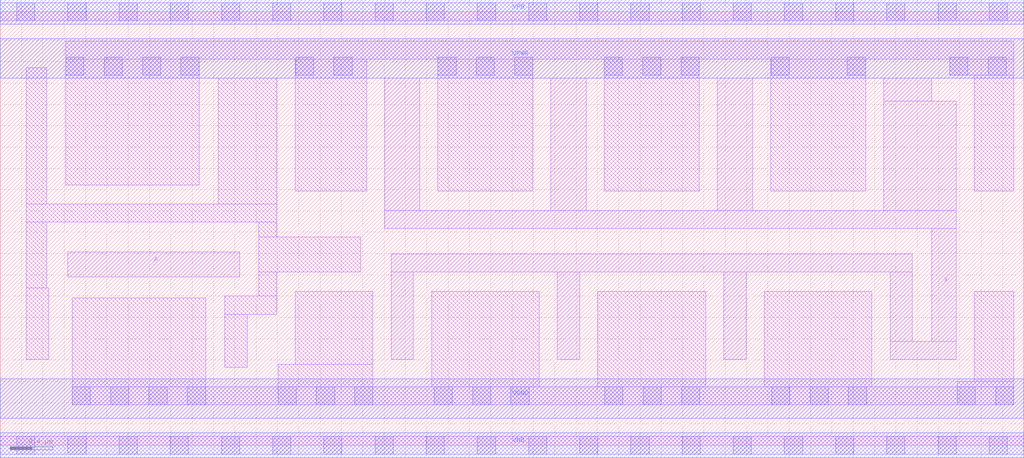
<source format=lef>
# Copyright 2020 The SkyWater PDK Authors
#
# Licensed under the Apache License, Version 2.0 (the "License");
# you may not use this file except in compliance with the License.
# You may obtain a copy of the License at
#
#     https://www.apache.org/licenses/LICENSE-2.0
#
# Unless required by applicable law or agreed to in writing, software
# distributed under the License is distributed on an "AS IS" BASIS,
# WITHOUT WARRANTIES OR CONDITIONS OF ANY KIND, either express or implied.
# See the License for the specific language governing permissions and
# limitations under the License.
#
# SPDX-License-Identifier: Apache-2.0

VERSION 5.5 ;
NAMESCASESENSITIVE ON ;
BUSBITCHARS "[]" ;
DIVIDERCHAR "/" ;
MACRO sky130_fd_sc_hvl__buf_8
  CLASS CORE ;
  SOURCE USER ;
  ORIGIN  0.000000  0.000000 ;
  SIZE  9.600000 BY  4.070000 ;
  SYMMETRY X Y ;
  SITE unithv ;
  PIN A
    ANTENNAGATEAREA  3.375000 ;
    DIRECTION INPUT ;
    USE SIGNAL ;
    PORT
      LAYER li1 ;
        RECT 0.635000 1.580000 2.245000 1.815000 ;
    END
  END A
  PIN X
    ANTENNADIFFAREA  2.520000 ;
    DIRECTION OUTPUT ;
    USE SIGNAL ;
    PORT
      LAYER li1 ;
        RECT 3.605000 2.035000 8.965000 2.205000 ;
        RECT 3.605000 2.205000 3.935000 3.445000 ;
        RECT 3.665000 0.805000 3.875000 1.625000 ;
        RECT 3.665000 1.625000 8.555000 1.795000 ;
        RECT 5.165000 2.205000 5.495000 3.445000 ;
        RECT 5.225000 0.805000 5.435000 1.625000 ;
        RECT 6.725000 2.205000 7.055000 3.445000 ;
        RECT 6.785000 0.805000 6.995000 1.625000 ;
        RECT 8.285000 2.205000 8.965000 3.230000 ;
        RECT 8.285000 3.230000 8.735000 3.445000 ;
        RECT 8.345000 0.805000 8.965000 0.975000 ;
        RECT 8.345000 0.975000 8.555000 1.625000 ;
        RECT 8.735000 0.975000 8.965000 2.035000 ;
    END
  END X
  PIN VGND
    DIRECTION INOUT ;
    USE GROUND ;
    PORT
      LAYER met1 ;
        RECT 0.000000 0.255000 9.600000 0.625000 ;
    END
  END VGND
  PIN VNB
    DIRECTION INOUT ;
    USE GROUND ;
    PORT
      LAYER met1 ;
        RECT 0.000000 -0.115000 9.600000 0.115000 ;
    END
  END VNB
  PIN VPB
    DIRECTION INOUT ;
    USE POWER ;
    PORT
      LAYER met1 ;
        RECT 0.000000 3.955000 9.600000 4.185000 ;
    END
  END VPB
  PIN VPWR
    DIRECTION INOUT ;
    USE POWER ;
    PORT
      LAYER met1 ;
        RECT 0.000000 3.445000 9.600000 3.815000 ;
    END
  END VPWR
  OBS
    LAYER li1 ;
      RECT 0.000000 -0.085000 9.600000 0.085000 ;
      RECT 0.000000  3.985000 9.600000 4.155000 ;
      RECT 0.245000  0.805000 0.455000 1.475000 ;
      RECT 0.245000  1.475000 0.435000 2.095000 ;
      RECT 0.245000  2.095000 2.595000 2.265000 ;
      RECT 0.245000  2.265000 0.435000 3.545000 ;
      RECT 0.615000  2.445000 1.865000 3.625000 ;
      RECT 0.615000  3.625000 9.505000 3.795000 ;
      RECT 0.675000  0.380000 9.505000 0.550000 ;
      RECT 0.675000  0.550000 1.925000 1.385000 ;
      RECT 2.045000  2.265000 2.595000 3.445000 ;
      RECT 2.105000  0.730000 2.315000 1.230000 ;
      RECT 2.105000  1.230000 2.595000 1.400000 ;
      RECT 2.425000  1.400000 2.595000 1.625000 ;
      RECT 2.425000  1.625000 3.380000 1.955000 ;
      RECT 2.425000  1.955000 2.595000 2.095000 ;
      RECT 2.605000  0.550000 3.495000 0.760000 ;
      RECT 2.765000  0.760000 3.495000 1.445000 ;
      RECT 2.765000  2.385000 3.435000 3.625000 ;
      RECT 4.045000  0.550000 5.055000 1.445000 ;
      RECT 4.105000  2.385000 4.995000 3.625000 ;
      RECT 5.605000  0.550000 6.615000 1.445000 ;
      RECT 5.665000  2.385000 6.555000 3.625000 ;
      RECT 7.165000  0.550000 8.175000 1.445000 ;
      RECT 7.225000  2.385000 8.115000 3.625000 ;
      RECT 8.905000  3.475000 9.505000 3.625000 ;
      RECT 8.975000  0.550000 9.505000 0.600000 ;
      RECT 9.135000  0.600000 9.505000 1.445000 ;
      RECT 9.135000  2.385000 9.505000 3.475000 ;
    LAYER mcon ;
      RECT 0.155000 -0.085000 0.325000 0.085000 ;
      RECT 0.155000 -0.085000 0.325000 0.085000 ;
      RECT 0.155000  3.985000 0.325000 4.155000 ;
      RECT 0.155000  3.985000 0.325000 4.155000 ;
      RECT 0.615000  3.475000 0.785000 3.645000 ;
      RECT 0.635000 -0.085000 0.805000 0.085000 ;
      RECT 0.635000 -0.085000 0.805000 0.085000 ;
      RECT 0.635000  3.985000 0.805000 4.155000 ;
      RECT 0.635000  3.985000 0.805000 4.155000 ;
      RECT 0.675000  0.380000 0.845000 0.550000 ;
      RECT 0.975000  3.475000 1.145000 3.645000 ;
      RECT 1.035000  0.380000 1.205000 0.550000 ;
      RECT 1.115000 -0.085000 1.285000 0.085000 ;
      RECT 1.115000 -0.085000 1.285000 0.085000 ;
      RECT 1.115000  3.985000 1.285000 4.155000 ;
      RECT 1.115000  3.985000 1.285000 4.155000 ;
      RECT 1.335000  3.475000 1.505000 3.645000 ;
      RECT 1.395000  0.380000 1.565000 0.550000 ;
      RECT 1.595000 -0.085000 1.765000 0.085000 ;
      RECT 1.595000 -0.085000 1.765000 0.085000 ;
      RECT 1.595000  3.985000 1.765000 4.155000 ;
      RECT 1.595000  3.985000 1.765000 4.155000 ;
      RECT 1.695000  3.475000 1.865000 3.645000 ;
      RECT 1.755000  0.380000 1.925000 0.550000 ;
      RECT 2.075000 -0.085000 2.245000 0.085000 ;
      RECT 2.075000 -0.085000 2.245000 0.085000 ;
      RECT 2.075000  3.985000 2.245000 4.155000 ;
      RECT 2.075000  3.985000 2.245000 4.155000 ;
      RECT 2.555000 -0.085000 2.725000 0.085000 ;
      RECT 2.555000 -0.085000 2.725000 0.085000 ;
      RECT 2.555000  3.985000 2.725000 4.155000 ;
      RECT 2.555000  3.985000 2.725000 4.155000 ;
      RECT 2.605000  0.380000 2.775000 0.550000 ;
      RECT 2.770000  3.475000 2.940000 3.645000 ;
      RECT 2.965000  0.380000 3.135000 0.550000 ;
      RECT 3.035000 -0.085000 3.205000 0.085000 ;
      RECT 3.035000 -0.085000 3.205000 0.085000 ;
      RECT 3.035000  3.985000 3.205000 4.155000 ;
      RECT 3.035000  3.985000 3.205000 4.155000 ;
      RECT 3.130000  3.475000 3.300000 3.645000 ;
      RECT 3.325000  0.380000 3.495000 0.550000 ;
      RECT 3.515000 -0.085000 3.685000 0.085000 ;
      RECT 3.515000 -0.085000 3.685000 0.085000 ;
      RECT 3.515000  3.985000 3.685000 4.155000 ;
      RECT 3.515000  3.985000 3.685000 4.155000 ;
      RECT 3.995000 -0.085000 4.165000 0.085000 ;
      RECT 3.995000 -0.085000 4.165000 0.085000 ;
      RECT 3.995000  3.985000 4.165000 4.155000 ;
      RECT 3.995000  3.985000 4.165000 4.155000 ;
      RECT 4.070000  0.380000 4.240000 0.550000 ;
      RECT 4.105000  3.475000 4.275000 3.645000 ;
      RECT 4.430000  0.380000 4.600000 0.550000 ;
      RECT 4.465000  3.475000 4.635000 3.645000 ;
      RECT 4.475000 -0.085000 4.645000 0.085000 ;
      RECT 4.475000 -0.085000 4.645000 0.085000 ;
      RECT 4.475000  3.985000 4.645000 4.155000 ;
      RECT 4.475000  3.985000 4.645000 4.155000 ;
      RECT 4.790000  0.380000 4.960000 0.550000 ;
      RECT 4.825000  3.475000 4.995000 3.645000 ;
      RECT 4.955000 -0.085000 5.125000 0.085000 ;
      RECT 4.955000 -0.085000 5.125000 0.085000 ;
      RECT 4.955000  3.985000 5.125000 4.155000 ;
      RECT 4.955000  3.985000 5.125000 4.155000 ;
      RECT 5.435000 -0.085000 5.605000 0.085000 ;
      RECT 5.435000 -0.085000 5.605000 0.085000 ;
      RECT 5.435000  3.985000 5.605000 4.155000 ;
      RECT 5.435000  3.985000 5.605000 4.155000 ;
      RECT 5.665000  3.475000 5.835000 3.645000 ;
      RECT 5.670000  0.380000 5.840000 0.550000 ;
      RECT 5.915000 -0.085000 6.085000 0.085000 ;
      RECT 5.915000 -0.085000 6.085000 0.085000 ;
      RECT 5.915000  3.985000 6.085000 4.155000 ;
      RECT 5.915000  3.985000 6.085000 4.155000 ;
      RECT 6.025000  3.475000 6.195000 3.645000 ;
      RECT 6.030000  0.380000 6.200000 0.550000 ;
      RECT 6.385000  3.475000 6.555000 3.645000 ;
      RECT 6.390000  0.380000 6.560000 0.550000 ;
      RECT 6.395000 -0.085000 6.565000 0.085000 ;
      RECT 6.395000 -0.085000 6.565000 0.085000 ;
      RECT 6.395000  3.985000 6.565000 4.155000 ;
      RECT 6.395000  3.985000 6.565000 4.155000 ;
      RECT 6.875000 -0.085000 7.045000 0.085000 ;
      RECT 6.875000 -0.085000 7.045000 0.085000 ;
      RECT 6.875000  3.985000 7.045000 4.155000 ;
      RECT 6.875000  3.985000 7.045000 4.155000 ;
      RECT 7.230000  3.475000 7.400000 3.645000 ;
      RECT 7.235000  0.380000 7.405000 0.550000 ;
      RECT 7.355000 -0.085000 7.525000 0.085000 ;
      RECT 7.355000 -0.085000 7.525000 0.085000 ;
      RECT 7.355000  3.985000 7.525000 4.155000 ;
      RECT 7.355000  3.985000 7.525000 4.155000 ;
      RECT 7.595000  0.380000 7.765000 0.550000 ;
      RECT 7.835000 -0.085000 8.005000 0.085000 ;
      RECT 7.835000 -0.085000 8.005000 0.085000 ;
      RECT 7.835000  3.985000 8.005000 4.155000 ;
      RECT 7.835000  3.985000 8.005000 4.155000 ;
      RECT 7.945000  3.475000 8.115000 3.645000 ;
      RECT 7.955000  0.380000 8.125000 0.550000 ;
      RECT 8.315000 -0.085000 8.485000 0.085000 ;
      RECT 8.315000 -0.085000 8.485000 0.085000 ;
      RECT 8.315000  3.985000 8.485000 4.155000 ;
      RECT 8.315000  3.985000 8.485000 4.155000 ;
      RECT 8.795000 -0.085000 8.965000 0.085000 ;
      RECT 8.795000 -0.085000 8.965000 0.085000 ;
      RECT 8.795000  3.985000 8.965000 4.155000 ;
      RECT 8.795000  3.985000 8.965000 4.155000 ;
      RECT 8.905000  3.475000 9.075000 3.645000 ;
      RECT 8.975000  0.380000 9.145000 0.550000 ;
      RECT 9.265000  3.475000 9.435000 3.645000 ;
      RECT 9.275000 -0.085000 9.445000 0.085000 ;
      RECT 9.275000 -0.085000 9.445000 0.085000 ;
      RECT 9.275000  3.985000 9.445000 4.155000 ;
      RECT 9.275000  3.985000 9.445000 4.155000 ;
      RECT 9.335000  0.380000 9.505000 0.550000 ;
  END
END sky130_fd_sc_hvl__buf_8
END LIBRARY

</source>
